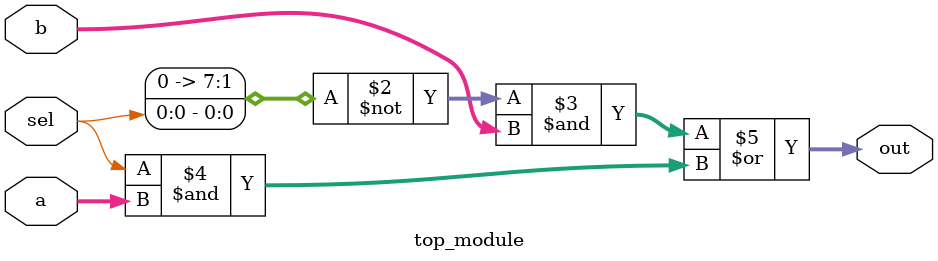
<source format=sv>
module top_module (
  input sel,
  input [7:0] a,
  input [7:0] b,
  output [7:0] out
);

  assign out = (~sel & b) | (sel & a);

endmodule

</source>
